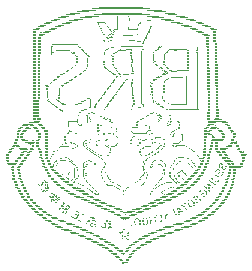
<source format=gbo>
G75*
%MOIN*%
%OFA0B0*%
%FSLAX25Y25*%
%IPPOS*%
%LPD*%
%AMOC8*
5,1,8,0,0,1.08239X$1,22.5*
%
%ADD10R,0.00660X0.00333*%
%ADD11R,0.02000X0.00333*%
%ADD12R,0.02670X0.00334*%
%ADD13R,0.01000X0.00333*%
%ADD14R,0.01000X0.00334*%
%ADD15R,0.01330X0.00333*%
%ADD16R,0.01340X0.00333*%
%ADD17R,0.01330X0.00334*%
%ADD18R,0.00330X0.00333*%
%ADD19R,0.01670X0.00333*%
%ADD20R,0.01660X0.00333*%
%ADD21R,0.01670X0.00334*%
%ADD22R,0.01340X0.00334*%
%ADD23R,0.01660X0.00334*%
%ADD24R,0.02000X0.00334*%
%ADD25R,0.00670X0.00333*%
%ADD26R,0.02330X0.00333*%
%ADD27R,0.00660X0.00334*%
%ADD28R,0.02340X0.00333*%
%ADD29R,0.00340X0.00333*%
%ADD30R,0.02330X0.00334*%
%ADD31R,0.00340X0.00334*%
%ADD32R,0.02660X0.00333*%
%ADD33R,0.00330X0.00334*%
%ADD34R,0.02670X0.00333*%
%ADD35R,0.03000X0.00333*%
%ADD36R,0.02340X0.00334*%
%ADD37R,0.03000X0.00334*%
%ADD38R,0.00670X0.00334*%
%ADD39R,0.03660X0.00333*%
%ADD40R,0.23000X0.00334*%
%ADD41R,0.04000X0.00333*%
%ADD42R,0.04340X0.00333*%
%ADD43R,0.03340X0.00333*%
%ADD44R,0.03670X0.00333*%
%ADD45R,0.05000X0.00334*%
%ADD46R,0.03660X0.00334*%
%ADD47R,0.03330X0.00333*%
%ADD48R,0.05340X0.00334*%
%ADD49R,0.06000X0.00333*%
%ADD50R,0.04000X0.00334*%
%ADD51R,0.06340X0.00334*%
%ADD52R,0.10330X0.00333*%
%ADD53R,0.05330X0.00333*%
%ADD54R,0.04660X0.00333*%
%ADD55R,0.06330X0.00333*%
%ADD56R,0.07340X0.00333*%
%ADD57R,0.12000X0.00334*%
%ADD58R,0.07670X0.00333*%
%ADD59R,0.03340X0.00334*%
%ADD60R,0.08000X0.00334*%
%ADD61R,0.02660X0.00334*%
%ADD62R,0.03670X0.00334*%
%ADD63R,0.03330X0.00334*%
%ADD64R,0.04330X0.00333*%
%ADD65R,0.06000X0.00334*%
%ADD66R,0.05660X0.00334*%
%ADD67R,0.18340X0.00333*%
%ADD68R,0.13660X0.00333*%
%ADD69R,0.05000X0.00333*%
%ADD70R,0.04670X0.00333*%
%ADD71R,0.06330X0.00334*%
%ADD72R,0.19330X0.00333*%
%ADD73R,0.14670X0.00333*%
D10*
X0234300Y0228134D03*
X0228300Y0241466D03*
X0219300Y0244134D03*
X0216300Y0247134D03*
X0215300Y0246466D03*
X0214300Y0246466D03*
X0213300Y0246466D03*
X0214300Y0245134D03*
X0211300Y0249134D03*
X0211300Y0251134D03*
X0209300Y0253466D03*
X0207300Y0254466D03*
X0209300Y0258466D03*
X0207300Y0263134D03*
X0206300Y0266466D03*
X0204300Y0267134D03*
X0204300Y0267466D03*
X0204300Y0269134D03*
X0206300Y0269466D03*
X0211300Y0265466D03*
X0215300Y0263466D03*
X0221300Y0260134D03*
X0221300Y0259466D03*
X0222300Y0261134D03*
X0229300Y0264134D03*
X0226300Y0269134D03*
X0215300Y0268134D03*
X0213300Y0279466D03*
X0212300Y0280134D03*
X0206300Y0283134D03*
X0206300Y0283466D03*
X0206300Y0284134D03*
X0206300Y0284466D03*
X0206300Y0285134D03*
X0206300Y0285466D03*
X0206300Y0286134D03*
X0206300Y0286466D03*
X0206300Y0287134D03*
X0206300Y0287466D03*
X0206300Y0288134D03*
X0206300Y0288466D03*
X0206300Y0289134D03*
X0206300Y0289466D03*
X0206300Y0290134D03*
X0206300Y0290466D03*
X0206300Y0291134D03*
X0206300Y0291466D03*
X0206300Y0292134D03*
X0206300Y0292466D03*
X0206300Y0293134D03*
X0206300Y0293466D03*
X0206300Y0294134D03*
X0206300Y0294466D03*
X0206300Y0295134D03*
X0206300Y0295466D03*
X0206300Y0296134D03*
X0206300Y0296466D03*
X0206300Y0297134D03*
X0206300Y0297466D03*
X0218300Y0290134D03*
X0217300Y0289466D03*
X0220300Y0291466D03*
X0228300Y0293466D03*
X0232300Y0290466D03*
X0233300Y0291134D03*
X0231300Y0289134D03*
X0229300Y0286466D03*
X0228300Y0285134D03*
X0230300Y0282466D03*
X0229300Y0281134D03*
X0226300Y0282466D03*
X0225300Y0281134D03*
X0223300Y0280134D03*
X0222300Y0277466D03*
X0211300Y0289134D03*
X0231300Y0298134D03*
X0230300Y0302466D03*
X0229300Y0303134D03*
X0237300Y0296134D03*
X0237300Y0295134D03*
X0237300Y0288466D03*
X0237300Y0288134D03*
X0245300Y0294466D03*
X0247300Y0293134D03*
X0249300Y0293134D03*
X0245300Y0299134D03*
X0265300Y0299134D03*
X0265300Y0299466D03*
X0265300Y0300134D03*
X0265300Y0300466D03*
X0265300Y0301134D03*
X0265300Y0301466D03*
X0265300Y0298466D03*
X0265300Y0298134D03*
X0265300Y0297466D03*
X0265300Y0297134D03*
X0265300Y0296466D03*
X0265300Y0296134D03*
X0265300Y0295466D03*
X0265300Y0295134D03*
X0250300Y0275466D03*
X0249300Y0274134D03*
X0240300Y0276134D03*
X0239300Y0275466D03*
X0239300Y0267466D03*
X0241300Y0259466D03*
X0247300Y0254466D03*
X0250300Y0253466D03*
X0253300Y0246134D03*
X0261300Y0250466D03*
X0265300Y0257466D03*
X0267300Y0260134D03*
X0267300Y0261134D03*
X0269300Y0256466D03*
X0271300Y0256466D03*
X0271300Y0257134D03*
X0271300Y0257466D03*
X0270300Y0253134D03*
X0274300Y0262134D03*
X0271300Y0270134D03*
X0264300Y0270466D03*
X0263300Y0265466D03*
X0263300Y0265134D03*
X0261300Y0263466D03*
X0261300Y0259134D03*
X0253300Y0262134D03*
X0241300Y0241134D03*
X0200300Y0256134D03*
X0199300Y0270134D03*
X0199300Y0270466D03*
X0199300Y0271134D03*
X0199300Y0271466D03*
D11*
X0198630Y0267466D03*
X0216970Y0251466D03*
X0217630Y0251134D03*
X0218970Y0250466D03*
X0221300Y0249466D03*
X0221970Y0251134D03*
X0223630Y0248466D03*
X0225970Y0249134D03*
X0227300Y0248466D03*
X0227970Y0248134D03*
X0227970Y0246466D03*
X0228970Y0246134D03*
X0229630Y0247466D03*
X0230300Y0245466D03*
X0232970Y0246134D03*
X0237300Y0244134D03*
X0237970Y0244466D03*
X0239630Y0245134D03*
X0240300Y0245466D03*
X0241970Y0246134D03*
X0242630Y0246466D03*
X0241970Y0247466D03*
X0243630Y0248134D03*
X0244300Y0248466D03*
X0244970Y0247466D03*
X0245630Y0249134D03*
X0246300Y0249466D03*
X0247300Y0248466D03*
X0247630Y0250134D03*
X0248300Y0250466D03*
X0249630Y0249466D03*
X0250970Y0250134D03*
X0251630Y0250466D03*
X0249630Y0255134D03*
X0253630Y0263466D03*
X0251970Y0268134D03*
X0245970Y0270134D03*
X0264630Y0273466D03*
X0271300Y0268466D03*
X0258300Y0243466D03*
X0257630Y0243134D03*
X0258300Y0241466D03*
X0257630Y0241134D03*
X0244300Y0236134D03*
X0242970Y0235466D03*
X0242300Y0237466D03*
X0241630Y0237134D03*
X0243630Y0238134D03*
X0234970Y0228466D03*
X0225300Y0235134D03*
X0224630Y0235466D03*
X0223300Y0236134D03*
X0222970Y0238466D03*
X0221630Y0239134D03*
X0220970Y0239466D03*
X0220970Y0237134D03*
X0218630Y0240466D03*
X0213300Y0240134D03*
X0212630Y0240466D03*
X0211630Y0243134D03*
X0225970Y0247466D03*
X0226630Y0247134D03*
X0229970Y0254134D03*
X0235300Y0291134D03*
X0236300Y0299466D03*
X0237300Y0302466D03*
X0258300Y0306134D03*
X0259630Y0305466D03*
X0260300Y0305134D03*
X0261630Y0307466D03*
X0262630Y0307134D03*
X0264630Y0306134D03*
X0212630Y0307134D03*
X0211300Y0306466D03*
X0210630Y0306134D03*
X0209630Y0308466D03*
X0208970Y0308134D03*
X0207630Y0307466D03*
X0206970Y0307134D03*
X0211300Y0309134D03*
D12*
X0212965Y0309800D03*
X0215965Y0310800D03*
X0207635Y0304800D03*
X0248635Y0277800D03*
X0255635Y0309800D03*
X0253965Y0239800D03*
X0247965Y0239800D03*
X0234965Y0228800D03*
D13*
X0235800Y0229134D03*
X0236130Y0229466D03*
X0236470Y0230134D03*
X0236800Y0230466D03*
X0237130Y0231134D03*
X0237470Y0231466D03*
X0238130Y0232134D03*
X0236470Y0233466D03*
X0236130Y0233134D03*
X0235800Y0232466D03*
X0235470Y0232134D03*
X0237130Y0234134D03*
X0233470Y0229466D03*
X0233800Y0229134D03*
X0230130Y0241466D03*
X0224470Y0242466D03*
X0224470Y0243134D03*
X0223130Y0242134D03*
X0218470Y0243134D03*
X0210800Y0249466D03*
X0205470Y0247466D03*
X0204800Y0248134D03*
X0204130Y0249134D03*
X0203800Y0249466D03*
X0203130Y0250134D03*
X0203130Y0250466D03*
X0202470Y0251466D03*
X0202130Y0252134D03*
X0201800Y0252466D03*
X0201470Y0253134D03*
X0201470Y0253466D03*
X0201130Y0254134D03*
X0200470Y0255466D03*
X0200130Y0256466D03*
X0199800Y0258134D03*
X0199470Y0259466D03*
X0199470Y0260134D03*
X0199800Y0260466D03*
X0200470Y0261466D03*
X0201130Y0262134D03*
X0201800Y0263134D03*
X0202130Y0263466D03*
X0202470Y0264134D03*
X0202800Y0264466D03*
X0203130Y0265134D03*
X0203470Y0265466D03*
X0204130Y0266466D03*
X0206130Y0267134D03*
X0206130Y0267466D03*
X0206130Y0268134D03*
X0206130Y0268466D03*
X0206130Y0269134D03*
X0206470Y0270134D03*
X0206470Y0270466D03*
X0206470Y0271134D03*
X0206470Y0271466D03*
X0206130Y0272134D03*
X0205800Y0272466D03*
X0207800Y0273134D03*
X0208800Y0271466D03*
X0208800Y0271134D03*
X0208800Y0270466D03*
X0208800Y0270134D03*
X0208800Y0269466D03*
X0208800Y0269134D03*
X0208800Y0268466D03*
X0208800Y0268134D03*
X0208800Y0267466D03*
X0208800Y0267134D03*
X0208800Y0266466D03*
X0208800Y0265466D03*
X0208800Y0265134D03*
X0208800Y0264466D03*
X0208800Y0264134D03*
X0209130Y0263134D03*
X0209470Y0262466D03*
X0209470Y0262134D03*
X0209800Y0261466D03*
X0209800Y0261134D03*
X0210470Y0260134D03*
X0211130Y0259466D03*
X0209470Y0258134D03*
X0210130Y0257466D03*
X0210130Y0257134D03*
X0210800Y0256466D03*
X0211130Y0256134D03*
X0208800Y0255134D03*
X0208800Y0259134D03*
X0208800Y0259466D03*
X0208470Y0260134D03*
X0208130Y0260466D03*
X0207800Y0261466D03*
X0207470Y0262466D03*
X0207130Y0263466D03*
X0206800Y0265134D03*
X0206800Y0265466D03*
X0206470Y0266134D03*
X0201130Y0265134D03*
X0200470Y0264134D03*
X0199800Y0263466D03*
X0199130Y0262466D03*
X0198800Y0262134D03*
X0197470Y0260134D03*
X0197470Y0259466D03*
X0197800Y0257466D03*
X0198130Y0256466D03*
X0198130Y0256134D03*
X0198470Y0255466D03*
X0198470Y0255134D03*
X0198800Y0254466D03*
X0198800Y0254134D03*
X0199130Y0253466D03*
X0199470Y0253134D03*
X0199800Y0252466D03*
X0199800Y0252134D03*
X0200470Y0251134D03*
X0201130Y0250134D03*
X0202470Y0248466D03*
X0202800Y0248134D03*
X0195800Y0262466D03*
X0195800Y0263134D03*
X0195800Y0263466D03*
X0196130Y0264134D03*
X0196130Y0264466D03*
X0196470Y0265134D03*
X0196800Y0265466D03*
X0197130Y0266134D03*
X0197470Y0266466D03*
X0197800Y0267134D03*
X0198470Y0268134D03*
X0198470Y0268466D03*
X0199130Y0269134D03*
X0199130Y0269466D03*
X0200470Y0270134D03*
X0200470Y0270466D03*
X0200470Y0271134D03*
X0200800Y0271466D03*
X0199800Y0272466D03*
X0199470Y0272134D03*
X0200130Y0273134D03*
X0200470Y0273466D03*
X0202470Y0273466D03*
X0204800Y0276134D03*
X0204800Y0276466D03*
X0204800Y0277134D03*
X0204800Y0277466D03*
X0204800Y0278134D03*
X0204800Y0278466D03*
X0204800Y0279134D03*
X0204800Y0279466D03*
X0204800Y0280134D03*
X0204800Y0280466D03*
X0204800Y0281134D03*
X0204800Y0281466D03*
X0204800Y0282134D03*
X0204800Y0282466D03*
X0204800Y0283134D03*
X0204800Y0283466D03*
X0204800Y0284134D03*
X0204800Y0284466D03*
X0204800Y0285134D03*
X0204800Y0285466D03*
X0204800Y0286134D03*
X0204800Y0286466D03*
X0204800Y0287134D03*
X0204800Y0287466D03*
X0204800Y0288134D03*
X0204800Y0288466D03*
X0204800Y0289134D03*
X0204800Y0289466D03*
X0204800Y0290134D03*
X0204800Y0290466D03*
X0204800Y0291134D03*
X0204800Y0291466D03*
X0204800Y0292134D03*
X0204800Y0292466D03*
X0204800Y0293134D03*
X0204800Y0293466D03*
X0204800Y0294134D03*
X0204800Y0294466D03*
X0204800Y0295134D03*
X0204800Y0295466D03*
X0204800Y0296134D03*
X0204800Y0296466D03*
X0204800Y0297134D03*
X0204800Y0297466D03*
X0204800Y0298134D03*
X0204800Y0298466D03*
X0204800Y0299134D03*
X0204800Y0299466D03*
X0204800Y0300134D03*
X0204800Y0300466D03*
X0204800Y0301134D03*
X0204800Y0301466D03*
X0204800Y0302134D03*
X0204800Y0302466D03*
X0204800Y0303134D03*
X0204800Y0303466D03*
X0204800Y0304134D03*
X0204800Y0304466D03*
X0204800Y0305134D03*
X0204800Y0305466D03*
X0206470Y0303466D03*
X0206470Y0303134D03*
X0206470Y0302466D03*
X0206470Y0302134D03*
X0206470Y0301466D03*
X0206470Y0301134D03*
X0206470Y0300466D03*
X0206470Y0300134D03*
X0206470Y0299466D03*
X0206470Y0299134D03*
X0206470Y0298466D03*
X0206470Y0298134D03*
X0210800Y0298466D03*
X0217800Y0298134D03*
X0214130Y0291134D03*
X0213130Y0290466D03*
X0211800Y0289466D03*
X0209130Y0287466D03*
X0206130Y0282466D03*
X0206130Y0282134D03*
X0206130Y0281466D03*
X0206130Y0281134D03*
X0206130Y0280466D03*
X0206130Y0280134D03*
X0206130Y0279466D03*
X0206130Y0279134D03*
X0206130Y0278466D03*
X0206130Y0278134D03*
X0206130Y0277466D03*
X0206130Y0277134D03*
X0213800Y0279134D03*
X0219130Y0281134D03*
X0221130Y0282134D03*
X0223130Y0283134D03*
X0221800Y0279466D03*
X0221130Y0279134D03*
X0216800Y0272134D03*
X0230130Y0271466D03*
X0240130Y0280134D03*
X0244130Y0278134D03*
X0248470Y0292134D03*
X0251800Y0299134D03*
X0246470Y0300134D03*
X0237470Y0291466D03*
X0231470Y0291134D03*
X0230800Y0300134D03*
X0216800Y0289134D03*
X0215800Y0288466D03*
X0246470Y0261134D03*
X0259130Y0259134D03*
X0259470Y0259466D03*
X0259800Y0260134D03*
X0260130Y0260466D03*
X0260470Y0261134D03*
X0260470Y0261466D03*
X0260800Y0262134D03*
X0261130Y0263134D03*
X0261470Y0264134D03*
X0261470Y0264466D03*
X0261470Y0265134D03*
X0261470Y0265466D03*
X0261470Y0266134D03*
X0263470Y0266134D03*
X0263800Y0267134D03*
X0263800Y0267466D03*
X0265470Y0267466D03*
X0265470Y0267134D03*
X0265470Y0266466D03*
X0265470Y0266134D03*
X0265470Y0268134D03*
X0265470Y0268466D03*
X0264470Y0270134D03*
X0263130Y0271466D03*
X0263130Y0272134D03*
X0263470Y0272466D03*
X0262470Y0273466D03*
X0262130Y0273134D03*
X0261800Y0272466D03*
X0261800Y0272134D03*
X0261800Y0271466D03*
X0261800Y0271134D03*
X0261800Y0270466D03*
X0261800Y0270134D03*
X0263130Y0264466D03*
X0263130Y0264134D03*
X0262800Y0263134D03*
X0261800Y0260466D03*
X0261800Y0260134D03*
X0261470Y0259466D03*
X0260800Y0258466D03*
X0260800Y0258134D03*
X0260130Y0257134D03*
X0259470Y0256466D03*
X0262800Y0254466D03*
X0266800Y0251134D03*
X0267130Y0251466D03*
X0267470Y0252134D03*
X0268130Y0253134D03*
X0268130Y0253466D03*
X0268470Y0254134D03*
X0268800Y0255134D03*
X0269130Y0256134D03*
X0269470Y0257134D03*
X0269800Y0258134D03*
X0269800Y0258466D03*
X0271470Y0258466D03*
X0271470Y0258134D03*
X0271470Y0259134D03*
X0271470Y0259466D03*
X0270800Y0261466D03*
X0269800Y0261134D03*
X0269470Y0261466D03*
X0270130Y0262466D03*
X0269470Y0263134D03*
X0269130Y0263466D03*
X0268800Y0264134D03*
X0268470Y0264466D03*
X0267800Y0263466D03*
X0267130Y0264134D03*
X0266800Y0264466D03*
X0267800Y0265466D03*
X0270470Y0268134D03*
X0271130Y0269134D03*
X0271130Y0269466D03*
X0271470Y0270466D03*
X0271470Y0271134D03*
X0271470Y0271466D03*
X0270800Y0272134D03*
X0270470Y0272466D03*
X0270130Y0273134D03*
X0269800Y0273466D03*
X0269470Y0274134D03*
X0269130Y0274466D03*
X0267470Y0271466D03*
X0267800Y0271134D03*
X0268130Y0270466D03*
X0268130Y0270134D03*
X0272130Y0268134D03*
X0272470Y0267466D03*
X0272470Y0267134D03*
X0273130Y0266134D03*
X0273470Y0265466D03*
X0274800Y0264134D03*
X0274470Y0263466D03*
X0274470Y0263134D03*
X0274470Y0262466D03*
X0274130Y0261466D03*
X0273800Y0261134D03*
X0271130Y0256134D03*
X0270800Y0254466D03*
X0270470Y0253466D03*
X0269800Y0252134D03*
X0269470Y0251466D03*
X0269470Y0251134D03*
X0269130Y0250466D03*
X0268800Y0250134D03*
X0268470Y0249466D03*
X0268130Y0249134D03*
X0266470Y0250466D03*
X0266130Y0250134D03*
X0265470Y0249134D03*
X0264800Y0248466D03*
X0264470Y0248134D03*
X0263800Y0247466D03*
X0263470Y0247134D03*
X0265470Y0246134D03*
X0265800Y0246466D03*
X0266470Y0247134D03*
X0266800Y0247466D03*
X0257130Y0247134D03*
X0253800Y0245466D03*
X0252800Y0246466D03*
X0234130Y0245466D03*
X0226130Y0251134D03*
X0263130Y0274134D03*
X0263130Y0276134D03*
X0263130Y0276466D03*
X0263130Y0277134D03*
X0263130Y0277466D03*
X0263130Y0278134D03*
X0263130Y0278466D03*
X0265800Y0278466D03*
X0265800Y0278134D03*
X0265800Y0277466D03*
X0265800Y0277134D03*
X0265800Y0279134D03*
X0265800Y0279466D03*
X0262800Y0286134D03*
X0262800Y0286466D03*
X0262800Y0287134D03*
X0262800Y0287466D03*
X0262800Y0288134D03*
X0262800Y0288466D03*
X0262800Y0289134D03*
X0262800Y0289466D03*
X0262800Y0290134D03*
X0262800Y0290466D03*
X0262800Y0291134D03*
X0262800Y0291466D03*
X0262800Y0292134D03*
X0262800Y0292466D03*
X0262800Y0293134D03*
X0265470Y0293134D03*
X0265470Y0293466D03*
X0265470Y0294134D03*
X0265470Y0294466D03*
X0265470Y0292466D03*
X0265470Y0292134D03*
X0265470Y0291466D03*
X0265470Y0291134D03*
X0265470Y0290466D03*
X0265470Y0290134D03*
X0265470Y0289466D03*
X0265470Y0289134D03*
X0265470Y0288466D03*
X0265470Y0288134D03*
X0265470Y0287466D03*
X0262470Y0300466D03*
X0262470Y0301134D03*
X0262470Y0301466D03*
X0262470Y0302134D03*
X0262470Y0302466D03*
X0262470Y0303134D03*
X0262470Y0303466D03*
X0265130Y0303466D03*
X0265130Y0303134D03*
X0265130Y0302466D03*
X0265130Y0302134D03*
X0265130Y0304134D03*
X0265130Y0304466D03*
X0265130Y0305134D03*
X0265130Y0305466D03*
D14*
X0265130Y0305800D03*
X0265130Y0304800D03*
X0265130Y0303800D03*
X0265130Y0302800D03*
X0262470Y0302800D03*
X0262470Y0303800D03*
X0262470Y0301800D03*
X0262470Y0300800D03*
X0265470Y0294800D03*
X0265470Y0293800D03*
X0265470Y0292800D03*
X0265470Y0291800D03*
X0265470Y0290800D03*
X0265470Y0289800D03*
X0265470Y0288800D03*
X0265470Y0287800D03*
X0262800Y0287800D03*
X0262800Y0288800D03*
X0262800Y0289800D03*
X0262800Y0290800D03*
X0262800Y0291800D03*
X0262800Y0292800D03*
X0262800Y0286800D03*
X0265800Y0279800D03*
X0265800Y0278800D03*
X0265800Y0277800D03*
X0265800Y0276800D03*
X0263130Y0276800D03*
X0263130Y0275800D03*
X0263130Y0277800D03*
X0263130Y0278800D03*
X0262800Y0273800D03*
X0264800Y0273800D03*
X0263130Y0271800D03*
X0261800Y0270800D03*
X0263800Y0267800D03*
X0265470Y0267800D03*
X0265470Y0266800D03*
X0263470Y0265800D03*
X0263130Y0264800D03*
X0261470Y0264800D03*
X0261470Y0265800D03*
X0261470Y0263800D03*
X0261130Y0262800D03*
X0260800Y0261800D03*
X0260130Y0260800D03*
X0259470Y0259800D03*
X0258800Y0258800D03*
X0260470Y0257800D03*
X0261130Y0258800D03*
X0261470Y0259800D03*
X0262800Y0262800D03*
X0266470Y0264800D03*
X0267470Y0263800D03*
X0268130Y0264800D03*
X0269800Y0262800D03*
X0269130Y0261800D03*
X0270470Y0261800D03*
X0270130Y0259800D03*
X0271470Y0258800D03*
X0271470Y0257800D03*
X0271130Y0255800D03*
X0270800Y0254800D03*
X0270470Y0253800D03*
X0270130Y0252800D03*
X0269800Y0251800D03*
X0269130Y0250800D03*
X0268470Y0249800D03*
X0267800Y0248800D03*
X0267130Y0247800D03*
X0266130Y0246800D03*
X0265130Y0245800D03*
X0264130Y0247800D03*
X0263130Y0246800D03*
X0265130Y0248800D03*
X0265800Y0249800D03*
X0267130Y0251800D03*
X0267800Y0252800D03*
X0268800Y0254800D03*
X0269130Y0255800D03*
X0269470Y0256800D03*
X0262800Y0252800D03*
X0259130Y0249800D03*
X0259800Y0256800D03*
X0245800Y0262800D03*
X0237470Y0267800D03*
X0239800Y0275800D03*
X0238470Y0279800D03*
X0245130Y0277800D03*
X0246800Y0280800D03*
X0245470Y0281800D03*
X0232130Y0290800D03*
X0220470Y0281800D03*
X0218130Y0280800D03*
X0222800Y0274800D03*
X0226130Y0274800D03*
X0227470Y0267800D03*
X0227800Y0263800D03*
X0217800Y0271800D03*
X0208800Y0271800D03*
X0208800Y0270800D03*
X0208800Y0269800D03*
X0208800Y0268800D03*
X0208800Y0267800D03*
X0208800Y0266800D03*
X0208800Y0265800D03*
X0208800Y0264800D03*
X0207130Y0263800D03*
X0207470Y0262800D03*
X0207800Y0261800D03*
X0208130Y0260800D03*
X0208470Y0259800D03*
X0209130Y0258800D03*
X0209800Y0257800D03*
X0210470Y0256800D03*
X0212470Y0257800D03*
X0210800Y0259800D03*
X0210130Y0260800D03*
X0206800Y0265800D03*
X0206130Y0266800D03*
X0206130Y0267800D03*
X0206130Y0268800D03*
X0204470Y0268800D03*
X0204130Y0266800D03*
X0203800Y0265800D03*
X0203130Y0264800D03*
X0202130Y0263800D03*
X0201470Y0262800D03*
X0200800Y0261800D03*
X0200130Y0260800D03*
X0199470Y0259800D03*
X0197470Y0259800D03*
X0197800Y0257800D03*
X0199800Y0257800D03*
X0200130Y0256800D03*
X0200470Y0255800D03*
X0200800Y0254800D03*
X0201130Y0253800D03*
X0201800Y0252800D03*
X0202130Y0251800D03*
X0202800Y0250800D03*
X0203470Y0249800D03*
X0202130Y0248800D03*
X0201470Y0249800D03*
X0200800Y0250800D03*
X0200130Y0251800D03*
X0199470Y0252800D03*
X0199130Y0253800D03*
X0207130Y0253800D03*
X0205130Y0247800D03*
X0215130Y0246800D03*
X0223130Y0242800D03*
X0239130Y0240800D03*
X0236800Y0233800D03*
X0237800Y0231800D03*
X0237130Y0230800D03*
X0236470Y0229800D03*
X0235470Y0231800D03*
X0233130Y0229800D03*
X0248800Y0242800D03*
X0236470Y0253800D03*
X0208130Y0272800D03*
X0206470Y0270800D03*
X0206130Y0275800D03*
X0206130Y0276800D03*
X0206130Y0277800D03*
X0206130Y0278800D03*
X0206130Y0279800D03*
X0206130Y0280800D03*
X0206130Y0281800D03*
X0204800Y0281800D03*
X0204800Y0282800D03*
X0204800Y0283800D03*
X0204800Y0284800D03*
X0204800Y0285800D03*
X0204800Y0286800D03*
X0204800Y0287800D03*
X0204800Y0288800D03*
X0204800Y0289800D03*
X0204800Y0290800D03*
X0204800Y0291800D03*
X0204800Y0292800D03*
X0204800Y0293800D03*
X0204800Y0294800D03*
X0204800Y0295800D03*
X0204800Y0296800D03*
X0204800Y0297800D03*
X0204800Y0298800D03*
X0204800Y0299800D03*
X0204800Y0300800D03*
X0204800Y0301800D03*
X0204800Y0302800D03*
X0204800Y0303800D03*
X0204800Y0304800D03*
X0204800Y0305800D03*
X0206470Y0303800D03*
X0206470Y0302800D03*
X0206470Y0301800D03*
X0206470Y0300800D03*
X0206470Y0299800D03*
X0206470Y0298800D03*
X0217130Y0298800D03*
X0216130Y0288800D03*
X0214800Y0287800D03*
X0204800Y0280800D03*
X0204800Y0279800D03*
X0204800Y0278800D03*
X0204800Y0277800D03*
X0204800Y0276800D03*
X0204800Y0275800D03*
X0199800Y0272800D03*
X0199470Y0271800D03*
X0199130Y0270800D03*
X0200470Y0270800D03*
X0200800Y0269800D03*
X0198800Y0268800D03*
X0197470Y0266800D03*
X0197130Y0265800D03*
X0196470Y0264800D03*
X0195800Y0263800D03*
X0195800Y0262800D03*
X0196130Y0261800D03*
X0198470Y0261800D03*
X0200130Y0263800D03*
X0200800Y0264800D03*
X0228470Y0303800D03*
X0232130Y0303800D03*
X0270470Y0272800D03*
X0271470Y0271800D03*
X0271470Y0270800D03*
X0272130Y0267800D03*
X0272800Y0266800D03*
X0273470Y0265800D03*
X0274800Y0263800D03*
X0274470Y0262800D03*
X0270130Y0267800D03*
D15*
X0269965Y0267466D03*
X0267965Y0265134D03*
X0267965Y0263134D03*
X0268635Y0262466D03*
X0265965Y0265466D03*
X0273965Y0265134D03*
X0266965Y0272134D03*
X0266635Y0272466D03*
X0265635Y0276466D03*
X0244965Y0289466D03*
X0245965Y0290134D03*
X0239635Y0302134D03*
X0219965Y0281466D03*
X0214635Y0281134D03*
X0206965Y0274134D03*
X0206635Y0274466D03*
X0207635Y0273466D03*
X0208635Y0272466D03*
X0208635Y0272134D03*
X0201635Y0272466D03*
X0200965Y0269466D03*
X0201635Y0265466D03*
X0200635Y0264466D03*
X0199635Y0263134D03*
X0203965Y0266134D03*
X0210635Y0260466D03*
X0211965Y0258466D03*
X0212965Y0257466D03*
X0213965Y0256466D03*
X0215635Y0255134D03*
X0216965Y0254134D03*
X0217965Y0253466D03*
X0213965Y0253466D03*
X0212965Y0254134D03*
X0212635Y0254466D03*
X0211965Y0255134D03*
X0211635Y0255466D03*
X0208965Y0253134D03*
X0210635Y0250134D03*
X0207965Y0245466D03*
X0206965Y0246134D03*
X0206635Y0246466D03*
X0205965Y0247134D03*
X0204635Y0246134D03*
X0203635Y0247134D03*
X0204635Y0248466D03*
X0201965Y0249134D03*
X0201635Y0249466D03*
X0200965Y0250466D03*
X0205635Y0245134D03*
X0206965Y0244134D03*
X0228635Y0235466D03*
X0231635Y0231134D03*
X0232635Y0230134D03*
X0233635Y0232134D03*
X0237635Y0234466D03*
X0239635Y0233466D03*
X0240635Y0234134D03*
X0233635Y0238466D03*
X0229965Y0240134D03*
X0251635Y0252466D03*
X0252635Y0253134D03*
X0253965Y0254134D03*
X0254965Y0252466D03*
X0255965Y0253134D03*
X0257635Y0254466D03*
X0258635Y0255466D03*
X0256635Y0256466D03*
X0255635Y0255466D03*
X0257635Y0257466D03*
X0258635Y0258466D03*
X0265635Y0249466D03*
X0267635Y0248466D03*
X0264635Y0245466D03*
X0262965Y0244134D03*
X0261965Y0243466D03*
X0260965Y0245134D03*
X0261635Y0245466D03*
X0262635Y0246466D03*
D16*
X0262300Y0246134D03*
X0264300Y0245134D03*
X0267300Y0248134D03*
X0257300Y0254134D03*
X0256300Y0253466D03*
X0255300Y0255134D03*
X0256300Y0256134D03*
X0257300Y0257134D03*
X0258300Y0258134D03*
X0260300Y0257466D03*
X0259300Y0256134D03*
X0258300Y0255134D03*
X0262300Y0261466D03*
X0266300Y0265134D03*
X0263300Y0271134D03*
X0246300Y0277466D03*
X0230300Y0303466D03*
X0206300Y0276466D03*
X0206300Y0276134D03*
X0205300Y0273134D03*
X0201300Y0272134D03*
X0199300Y0267134D03*
X0201300Y0262466D03*
X0200300Y0261134D03*
X0200300Y0251466D03*
X0203300Y0247466D03*
X0204300Y0246466D03*
X0205300Y0245466D03*
X0208300Y0245134D03*
X0209300Y0244466D03*
X0208300Y0243134D03*
X0215300Y0246134D03*
X0215300Y0252466D03*
X0214300Y0253134D03*
X0214300Y0256134D03*
X0213300Y0257134D03*
X0212300Y0258134D03*
X0211300Y0259134D03*
X0232300Y0233134D03*
X0230300Y0232134D03*
X0232300Y0230466D03*
X0234300Y0231466D03*
X0238300Y0232466D03*
X0239300Y0233134D03*
X0238300Y0235134D03*
D17*
X0237965Y0234800D03*
X0238965Y0232800D03*
X0235965Y0232800D03*
X0233965Y0231800D03*
X0232635Y0232800D03*
X0231965Y0230800D03*
X0230635Y0231800D03*
X0235635Y0244800D03*
X0219965Y0244800D03*
X0210965Y0249800D03*
X0215965Y0254800D03*
X0214635Y0255800D03*
X0213635Y0256800D03*
X0211635Y0258800D03*
X0201635Y0265800D03*
X0200965Y0271800D03*
X0201965Y0272800D03*
X0205635Y0272800D03*
X0225965Y0277800D03*
X0227965Y0279800D03*
X0233635Y0290800D03*
X0211635Y0298800D03*
X0261965Y0272800D03*
X0263635Y0272800D03*
X0267635Y0269800D03*
X0270965Y0268800D03*
X0269635Y0273800D03*
X0268635Y0274800D03*
X0265635Y0265800D03*
X0268965Y0263800D03*
X0273635Y0260800D03*
X0266635Y0250800D03*
X0261965Y0245800D03*
X0260635Y0244800D03*
X0263965Y0244800D03*
X0256965Y0253800D03*
X0257965Y0254800D03*
X0258965Y0255800D03*
X0257965Y0257800D03*
X0256965Y0256800D03*
X0255965Y0255800D03*
X0254965Y0254800D03*
X0253635Y0253800D03*
X0205965Y0244800D03*
X0204965Y0245800D03*
X0203965Y0246800D03*
X0202965Y0247800D03*
D18*
X0208465Y0252134D03*
X0208465Y0253466D03*
X0208465Y0254134D03*
X0208465Y0254466D03*
X0209135Y0254466D03*
X0209135Y0254134D03*
X0208465Y0255466D03*
X0207135Y0254134D03*
X0206465Y0254134D03*
X0206135Y0254466D03*
X0210465Y0249134D03*
X0212135Y0250134D03*
X0212465Y0249134D03*
X0214465Y0248466D03*
X0214465Y0247134D03*
X0215465Y0247134D03*
X0216135Y0246466D03*
X0215465Y0245466D03*
X0215465Y0245134D03*
X0214465Y0245466D03*
X0213135Y0246134D03*
X0219465Y0245134D03*
X0219465Y0244466D03*
X0220135Y0242134D03*
X0222135Y0241466D03*
X0223465Y0241134D03*
X0225135Y0240466D03*
X0225135Y0242134D03*
X0227135Y0240466D03*
X0228465Y0240466D03*
X0228465Y0241134D03*
X0233465Y0238134D03*
X0234135Y0237466D03*
X0234135Y0237134D03*
X0234135Y0236466D03*
X0235465Y0236466D03*
X0236135Y0238466D03*
X0238465Y0241134D03*
X0238135Y0242134D03*
X0241135Y0241466D03*
X0242135Y0241134D03*
X0242465Y0241466D03*
X0242465Y0242134D03*
X0242465Y0242466D03*
X0242135Y0243134D03*
X0241135Y0243134D03*
X0243135Y0243466D03*
X0243465Y0242134D03*
X0243465Y0241466D03*
X0245135Y0242134D03*
X0245135Y0242466D03*
X0245465Y0244134D03*
X0247135Y0243466D03*
X0247135Y0242466D03*
X0248465Y0243134D03*
X0248465Y0243466D03*
X0251465Y0245134D03*
X0251465Y0245466D03*
X0251135Y0246134D03*
X0252465Y0246134D03*
X0255135Y0246466D03*
X0255465Y0246134D03*
X0256465Y0247466D03*
X0256135Y0248134D03*
X0256135Y0249134D03*
X0257135Y0249134D03*
X0258135Y0250466D03*
X0259135Y0250134D03*
X0260135Y0249134D03*
X0260465Y0251134D03*
X0260135Y0252466D03*
X0261465Y0252466D03*
X0262135Y0253134D03*
X0263135Y0252134D03*
X0262135Y0251466D03*
X0262135Y0251134D03*
X0264135Y0253466D03*
X0263465Y0254134D03*
X0263465Y0255466D03*
X0264135Y0256134D03*
X0265135Y0255466D03*
X0267135Y0257466D03*
X0266135Y0258134D03*
X0266465Y0258466D03*
X0266465Y0259134D03*
X0266465Y0260134D03*
X0266465Y0260466D03*
X0266465Y0261134D03*
X0267465Y0260466D03*
X0265465Y0259134D03*
X0260135Y0262466D03*
X0259135Y0264134D03*
X0257135Y0262466D03*
X0256135Y0261466D03*
X0256465Y0261134D03*
X0257135Y0260466D03*
X0257465Y0260134D03*
X0258465Y0260466D03*
X0255465Y0257466D03*
X0254465Y0258466D03*
X0254135Y0256466D03*
X0254465Y0256134D03*
X0252465Y0255466D03*
X0252135Y0256134D03*
X0251465Y0255466D03*
X0250465Y0256466D03*
X0251465Y0257134D03*
X0251465Y0257466D03*
X0252465Y0258134D03*
X0251135Y0259466D03*
X0250135Y0260134D03*
X0251135Y0261466D03*
X0251465Y0262134D03*
X0251465Y0262466D03*
X0252135Y0263134D03*
X0252465Y0261466D03*
X0252135Y0261134D03*
X0248465Y0261134D03*
X0248135Y0261466D03*
X0247465Y0262134D03*
X0247465Y0260466D03*
X0248465Y0260466D03*
X0248135Y0258466D03*
X0248135Y0258134D03*
X0247465Y0258134D03*
X0247135Y0256466D03*
X0246135Y0255134D03*
X0245465Y0254466D03*
X0245135Y0254134D03*
X0245465Y0253466D03*
X0245135Y0253134D03*
X0244465Y0253134D03*
X0243465Y0251466D03*
X0243465Y0251134D03*
X0247465Y0251466D03*
X0247465Y0252134D03*
X0248135Y0252466D03*
X0248135Y0251134D03*
X0249465Y0253134D03*
X0251135Y0253466D03*
X0246465Y0254134D03*
X0242135Y0256466D03*
X0242465Y0257466D03*
X0242135Y0258466D03*
X0241465Y0258466D03*
X0241465Y0258134D03*
X0241135Y0259134D03*
X0241135Y0260134D03*
X0241465Y0261134D03*
X0241465Y0261466D03*
X0241135Y0262134D03*
X0242465Y0263134D03*
X0243135Y0263466D03*
X0244135Y0264134D03*
X0244135Y0265466D03*
X0245465Y0266134D03*
X0246135Y0265466D03*
X0247135Y0266134D03*
X0247465Y0266466D03*
X0246465Y0267134D03*
X0246465Y0268134D03*
X0248135Y0268134D03*
X0251135Y0267134D03*
X0253135Y0268466D03*
X0254135Y0269134D03*
X0254135Y0269466D03*
X0254135Y0270134D03*
X0254135Y0270466D03*
X0251465Y0271466D03*
X0251135Y0271134D03*
X0250135Y0271134D03*
X0251465Y0272466D03*
X0253135Y0274134D03*
X0253135Y0274466D03*
X0250135Y0275134D03*
X0249465Y0275466D03*
X0250135Y0276134D03*
X0250135Y0276466D03*
X0246135Y0276134D03*
X0246135Y0275466D03*
X0245465Y0278134D03*
X0244465Y0278466D03*
X0242135Y0277134D03*
X0243135Y0273466D03*
X0243135Y0273134D03*
X0243465Y0272466D03*
X0242465Y0272134D03*
X0243135Y0271134D03*
X0241465Y0269134D03*
X0240135Y0269466D03*
X0239465Y0269466D03*
X0237465Y0270134D03*
X0237135Y0269466D03*
X0237135Y0272134D03*
X0232135Y0272134D03*
X0232135Y0273134D03*
X0230465Y0273466D03*
X0231135Y0271466D03*
X0231135Y0271134D03*
X0232135Y0270466D03*
X0232465Y0270134D03*
X0232465Y0268134D03*
X0230135Y0266466D03*
X0230135Y0266134D03*
X0229465Y0267466D03*
X0228465Y0267466D03*
X0226135Y0264466D03*
X0225465Y0264134D03*
X0225135Y0265134D03*
X0224465Y0265466D03*
X0223465Y0265466D03*
X0223465Y0266134D03*
X0223135Y0266466D03*
X0222465Y0266134D03*
X0222135Y0266466D03*
X0221465Y0267134D03*
X0221135Y0267466D03*
X0221135Y0268134D03*
X0221135Y0268466D03*
X0222135Y0267466D03*
X0223135Y0268466D03*
X0223465Y0269466D03*
X0226135Y0271134D03*
X0226465Y0272466D03*
X0223465Y0275466D03*
X0223465Y0276134D03*
X0223135Y0276466D03*
X0222465Y0276466D03*
X0222465Y0276134D03*
X0222465Y0275466D03*
X0222465Y0275134D03*
X0222465Y0277134D03*
X0219465Y0277466D03*
X0219135Y0276134D03*
X0219135Y0275134D03*
X0219465Y0274466D03*
X0220465Y0274466D03*
X0220465Y0274134D03*
X0216135Y0274134D03*
X0216135Y0274466D03*
X0216135Y0275134D03*
X0216465Y0272466D03*
X0215135Y0268466D03*
X0217135Y0268134D03*
X0219135Y0267466D03*
X0219135Y0267134D03*
X0216135Y0263134D03*
X0217135Y0262466D03*
X0217465Y0262134D03*
X0217465Y0261466D03*
X0218135Y0259466D03*
X0218135Y0259134D03*
X0218135Y0258466D03*
X0218135Y0258134D03*
X0218135Y0257466D03*
X0218135Y0257134D03*
X0218465Y0256134D03*
X0218135Y0255466D03*
X0217465Y0256134D03*
X0216135Y0256134D03*
X0216135Y0258134D03*
X0216465Y0258466D03*
X0219135Y0259134D03*
X0219135Y0259466D03*
X0219465Y0257466D03*
X0219465Y0257134D03*
X0221135Y0257134D03*
X0221135Y0257466D03*
X0221135Y0258134D03*
X0221135Y0258466D03*
X0221135Y0259134D03*
X0221135Y0260466D03*
X0221135Y0261134D03*
X0221135Y0261466D03*
X0222135Y0262134D03*
X0226465Y0263466D03*
X0227135Y0263134D03*
X0228465Y0261466D03*
X0228465Y0261134D03*
X0228135Y0260466D03*
X0227465Y0259466D03*
X0227135Y0258466D03*
X0227135Y0257466D03*
X0227465Y0256466D03*
X0228135Y0255466D03*
X0229465Y0256466D03*
X0229135Y0257134D03*
X0229135Y0257466D03*
X0228465Y0258466D03*
X0230135Y0255466D03*
X0232465Y0254466D03*
X0232135Y0253466D03*
X0234465Y0252466D03*
X0234465Y0252134D03*
X0235135Y0252466D03*
X0235465Y0253134D03*
X0234465Y0251134D03*
X0238465Y0255134D03*
X0239135Y0255466D03*
X0240465Y0254134D03*
X0241465Y0255134D03*
X0240465Y0257134D03*
X0243465Y0260466D03*
X0244135Y0260466D03*
X0244465Y0262134D03*
X0240465Y0264134D03*
X0240135Y0264466D03*
X0240135Y0266134D03*
X0244135Y0268134D03*
X0244135Y0268466D03*
X0255465Y0267134D03*
X0256465Y0266466D03*
X0257135Y0266134D03*
X0265135Y0274134D03*
X0259135Y0280134D03*
X0259135Y0280466D03*
X0259135Y0281134D03*
X0259135Y0281466D03*
X0259135Y0282134D03*
X0259135Y0282466D03*
X0259135Y0283134D03*
X0259135Y0283466D03*
X0259135Y0284134D03*
X0259135Y0284466D03*
X0259135Y0285134D03*
X0259135Y0285466D03*
X0259135Y0286134D03*
X0259135Y0286466D03*
X0259135Y0287134D03*
X0259135Y0287466D03*
X0259135Y0288134D03*
X0259135Y0288466D03*
X0259135Y0289134D03*
X0259135Y0289466D03*
X0259135Y0290134D03*
X0259135Y0290466D03*
X0259135Y0291134D03*
X0259135Y0291466D03*
X0259135Y0292134D03*
X0259135Y0292466D03*
X0259135Y0293134D03*
X0259135Y0293466D03*
X0259135Y0294134D03*
X0259135Y0294466D03*
X0259135Y0295134D03*
X0259135Y0295466D03*
X0259135Y0296134D03*
X0259135Y0296466D03*
X0259135Y0297134D03*
X0259135Y0297466D03*
X0259135Y0298134D03*
X0259135Y0299466D03*
X0259135Y0300134D03*
X0249465Y0299134D03*
X0248465Y0298134D03*
X0248135Y0297466D03*
X0248135Y0297134D03*
X0248135Y0296466D03*
X0248135Y0296134D03*
X0248465Y0294134D03*
X0248135Y0292466D03*
X0247465Y0292466D03*
X0246465Y0293134D03*
X0246135Y0290466D03*
X0248465Y0289134D03*
X0248135Y0288466D03*
X0250465Y0292466D03*
X0255465Y0290466D03*
X0255465Y0290134D03*
X0255465Y0289466D03*
X0255465Y0289134D03*
X0255465Y0288466D03*
X0255465Y0288134D03*
X0255465Y0287466D03*
X0255465Y0287134D03*
X0255465Y0286466D03*
X0255465Y0286134D03*
X0255465Y0285466D03*
X0255465Y0285134D03*
X0255465Y0284466D03*
X0255465Y0284134D03*
X0255465Y0283466D03*
X0255465Y0283134D03*
X0255465Y0282466D03*
X0255465Y0282134D03*
X0255465Y0281466D03*
X0249465Y0281466D03*
X0248135Y0282134D03*
X0247465Y0283134D03*
X0247465Y0283466D03*
X0246135Y0281466D03*
X0246465Y0281134D03*
X0245465Y0281466D03*
X0245135Y0282134D03*
X0244465Y0282134D03*
X0244465Y0282466D03*
X0244135Y0283134D03*
X0244135Y0283466D03*
X0244135Y0284134D03*
X0244135Y0284466D03*
X0243465Y0284466D03*
X0240465Y0284466D03*
X0240465Y0284134D03*
X0240465Y0283466D03*
X0240465Y0283134D03*
X0240465Y0282466D03*
X0240465Y0282134D03*
X0240465Y0281466D03*
X0241135Y0280466D03*
X0237465Y0280466D03*
X0237135Y0279466D03*
X0237465Y0284466D03*
X0237465Y0285134D03*
X0237465Y0285466D03*
X0237465Y0286134D03*
X0237465Y0286466D03*
X0237135Y0287134D03*
X0237135Y0287466D03*
X0237465Y0289134D03*
X0237465Y0289466D03*
X0235135Y0289134D03*
X0234465Y0288134D03*
X0233135Y0286466D03*
X0232465Y0285466D03*
X0232135Y0285134D03*
X0231465Y0284134D03*
X0229135Y0286134D03*
X0228465Y0285466D03*
X0227465Y0284134D03*
X0227135Y0283466D03*
X0226135Y0282134D03*
X0225465Y0281466D03*
X0223465Y0281466D03*
X0223465Y0281134D03*
X0223465Y0280466D03*
X0223465Y0282134D03*
X0223465Y0282466D03*
X0228465Y0280134D03*
X0228135Y0279466D03*
X0229465Y0281466D03*
X0229135Y0276466D03*
X0240465Y0285134D03*
X0240465Y0285466D03*
X0240465Y0286134D03*
X0240465Y0286466D03*
X0240465Y0287134D03*
X0240465Y0287466D03*
X0240465Y0288134D03*
X0240465Y0288466D03*
X0240465Y0289134D03*
X0240465Y0289466D03*
X0240465Y0290134D03*
X0240465Y0290466D03*
X0240465Y0291134D03*
X0240465Y0291466D03*
X0240465Y0292134D03*
X0240465Y0292466D03*
X0240465Y0293134D03*
X0240465Y0293466D03*
X0240465Y0294134D03*
X0240465Y0294466D03*
X0240465Y0295134D03*
X0240465Y0295466D03*
X0240465Y0296134D03*
X0240465Y0296466D03*
X0240465Y0297134D03*
X0240465Y0297466D03*
X0240465Y0298134D03*
X0240465Y0298466D03*
X0237135Y0299134D03*
X0237135Y0297134D03*
X0237135Y0296466D03*
X0237465Y0295466D03*
X0237135Y0294466D03*
X0237135Y0294134D03*
X0237465Y0293466D03*
X0237465Y0293134D03*
X0237465Y0292466D03*
X0233465Y0290466D03*
X0232135Y0290134D03*
X0231465Y0289466D03*
X0230465Y0288134D03*
X0230135Y0287466D03*
X0229465Y0292466D03*
X0231465Y0293466D03*
X0231135Y0294134D03*
X0232135Y0292466D03*
X0232465Y0292134D03*
X0230465Y0297466D03*
X0228135Y0298134D03*
X0228135Y0298466D03*
X0228465Y0299134D03*
X0228135Y0302134D03*
X0229465Y0302134D03*
X0229465Y0304134D03*
X0230465Y0305466D03*
X0231135Y0305134D03*
X0231465Y0305466D03*
X0232465Y0306466D03*
X0232465Y0307134D03*
X0232465Y0307466D03*
X0232465Y0308134D03*
X0232465Y0308466D03*
X0232465Y0309134D03*
X0232465Y0309466D03*
X0232465Y0310134D03*
X0232465Y0310466D03*
X0236135Y0310466D03*
X0236465Y0309466D03*
X0236465Y0309134D03*
X0236135Y0306466D03*
X0239135Y0306466D03*
X0239465Y0307466D03*
X0240135Y0308466D03*
X0243135Y0306134D03*
X0243465Y0306466D03*
X0242465Y0304466D03*
X0242135Y0304134D03*
X0241465Y0302466D03*
X0241135Y0302134D03*
X0239135Y0304466D03*
X0233465Y0299466D03*
X0227465Y0305134D03*
X0226465Y0307134D03*
X0226135Y0308134D03*
X0228465Y0308134D03*
X0229135Y0307134D03*
X0219465Y0300466D03*
X0221465Y0298466D03*
X0222465Y0296466D03*
X0222465Y0296134D03*
X0222465Y0295466D03*
X0222465Y0295134D03*
X0222465Y0294466D03*
X0222465Y0294134D03*
X0222135Y0293134D03*
X0221135Y0292134D03*
X0218465Y0294134D03*
X0217465Y0293466D03*
X0217135Y0293134D03*
X0218465Y0297466D03*
X0217135Y0298466D03*
X0210465Y0298134D03*
X0210465Y0299134D03*
X0210465Y0299466D03*
X0210465Y0300134D03*
X0210465Y0288466D03*
X0210135Y0288134D03*
X0209465Y0287134D03*
X0209135Y0285466D03*
X0209135Y0285134D03*
X0209135Y0284466D03*
X0209135Y0284134D03*
X0209135Y0283466D03*
X0209135Y0282466D03*
X0210465Y0281466D03*
X0214465Y0281466D03*
X0213135Y0284466D03*
X0213135Y0285134D03*
X0213135Y0285466D03*
X0213135Y0286134D03*
X0213135Y0286466D03*
X0214135Y0287134D03*
X0214465Y0287466D03*
X0215465Y0288134D03*
X0243465Y0288466D03*
X0243465Y0287466D03*
X0244465Y0295134D03*
X0244465Y0296134D03*
X0244465Y0296466D03*
X0244465Y0297134D03*
X0244465Y0297466D03*
X0244465Y0298466D03*
X0246465Y0300466D03*
X0247135Y0300466D03*
X0247465Y0280466D03*
X0274465Y0265466D03*
X0235135Y0244466D03*
X0226135Y0251466D03*
X0225465Y0252134D03*
X0225135Y0252466D03*
X0224465Y0253134D03*
X0224135Y0253466D03*
X0223465Y0254134D03*
X0223135Y0254466D03*
X0222465Y0255134D03*
X0222135Y0255466D03*
X0221465Y0256466D03*
X0220135Y0254466D03*
X0219135Y0253466D03*
X0222465Y0253134D03*
X0223465Y0252466D03*
X0225135Y0251134D03*
X0211135Y0261134D03*
X0212465Y0261466D03*
X0212135Y0262466D03*
X0210135Y0263134D03*
X0234465Y0231134D03*
D19*
X0233135Y0232466D03*
X0231135Y0231466D03*
X0230135Y0234466D03*
X0229135Y0235134D03*
X0228135Y0233466D03*
X0227135Y0234134D03*
X0226465Y0234466D03*
X0227465Y0236134D03*
X0225135Y0237466D03*
X0232135Y0244466D03*
X0225135Y0249466D03*
X0223135Y0250466D03*
X0219465Y0252466D03*
X0218465Y0253134D03*
X0216465Y0254466D03*
X0215135Y0255466D03*
X0211135Y0243466D03*
X0209135Y0242466D03*
X0211465Y0241134D03*
X0206465Y0244466D03*
X0201465Y0269134D03*
X0202465Y0273134D03*
X0201465Y0274134D03*
X0238135Y0273466D03*
X0242465Y0267134D03*
X0251135Y0252134D03*
X0250135Y0251466D03*
X0249465Y0251134D03*
X0253465Y0251466D03*
X0254465Y0252134D03*
X0253135Y0253466D03*
X0254465Y0254466D03*
X0259465Y0244134D03*
X0260135Y0244466D03*
X0261465Y0243134D03*
X0260465Y0242466D03*
X0263465Y0244466D03*
X0242465Y0235134D03*
X0241135Y0234466D03*
X0240465Y0236466D03*
X0267465Y0266134D03*
X0269465Y0267134D03*
X0274465Y0264466D03*
X0268135Y0275134D03*
X0264135Y0273134D03*
X0263465Y0274466D03*
X0262135Y0304134D03*
X0261465Y0304466D03*
X0209135Y0305466D03*
X0208465Y0305134D03*
X0205135Y0306134D03*
D20*
X0205800Y0306466D03*
X0206800Y0304134D03*
X0231800Y0306134D03*
X0242800Y0309134D03*
X0263800Y0306466D03*
X0247800Y0291134D03*
X0230800Y0267134D03*
X0215800Y0252134D03*
X0223800Y0250134D03*
X0223800Y0243466D03*
X0227800Y0240134D03*
X0225800Y0237134D03*
X0226800Y0236466D03*
X0223800Y0238134D03*
X0228800Y0233134D03*
X0229800Y0232466D03*
X0230800Y0234134D03*
X0231800Y0233466D03*
X0238800Y0235466D03*
X0239800Y0236134D03*
X0232800Y0244134D03*
X0230800Y0245134D03*
X0210800Y0241466D03*
X0209800Y0242134D03*
X0209800Y0244134D03*
X0207800Y0243466D03*
X0204800Y0273466D03*
X0203800Y0274134D03*
X0252800Y0251134D03*
X0259800Y0242134D03*
D21*
X0262465Y0243800D03*
X0255465Y0252800D03*
X0254135Y0251800D03*
X0252135Y0252800D03*
X0250465Y0251800D03*
X0233465Y0243800D03*
X0231465Y0244800D03*
X0224465Y0241800D03*
X0224465Y0237800D03*
X0228135Y0235800D03*
X0229135Y0232800D03*
X0240135Y0233800D03*
X0224465Y0249800D03*
X0217465Y0253800D03*
X0216465Y0251800D03*
X0210465Y0243800D03*
X0212135Y0240800D03*
X0198465Y0267800D03*
X0220135Y0277800D03*
X0242465Y0274800D03*
X0247135Y0290800D03*
X0274135Y0264800D03*
X0270465Y0260800D03*
D22*
X0268300Y0262800D03*
X0267300Y0265800D03*
X0262300Y0261800D03*
X0267300Y0271800D03*
X0266300Y0272800D03*
X0227300Y0270800D03*
X0216300Y0280800D03*
X0207300Y0273800D03*
X0209300Y0262800D03*
X0211300Y0255800D03*
X0212300Y0254800D03*
X0213300Y0253800D03*
X0206300Y0246800D03*
X0207300Y0245800D03*
X0207300Y0243800D03*
X0210300Y0241800D03*
X0204300Y0248800D03*
X0199300Y0262800D03*
X0231300Y0233800D03*
X0239300Y0235800D03*
D23*
X0241800Y0234800D03*
X0235800Y0238800D03*
X0229800Y0234800D03*
X0227800Y0233800D03*
X0225800Y0234800D03*
X0208800Y0242800D03*
X0208800Y0244800D03*
X0214800Y0252800D03*
X0199800Y0266800D03*
X0200800Y0273800D03*
X0260800Y0242800D03*
D24*
X0258970Y0243800D03*
X0258970Y0241800D03*
X0256970Y0242800D03*
X0252300Y0250800D03*
X0250300Y0249800D03*
X0247970Y0248800D03*
X0246970Y0249800D03*
X0244970Y0248800D03*
X0245630Y0247800D03*
X0243300Y0246800D03*
X0245300Y0238800D03*
X0245970Y0236800D03*
X0243630Y0235800D03*
X0242970Y0237800D03*
X0240970Y0236800D03*
X0229630Y0245800D03*
X0227300Y0246800D03*
X0226630Y0248800D03*
X0225300Y0247800D03*
X0222970Y0248800D03*
X0222630Y0250800D03*
X0220970Y0251800D03*
X0220630Y0249800D03*
X0218300Y0250800D03*
X0220300Y0239800D03*
X0222300Y0238800D03*
X0221630Y0236800D03*
X0223970Y0235800D03*
X0226300Y0236800D03*
X0213970Y0239800D03*
X0197300Y0260800D03*
X0201970Y0268800D03*
X0242970Y0269800D03*
X0252630Y0271800D03*
X0263630Y0274800D03*
X0268630Y0266800D03*
X0271970Y0259800D03*
X0260970Y0304800D03*
X0258970Y0305800D03*
X0256630Y0306800D03*
X0260970Y0307800D03*
X0263300Y0306800D03*
X0211970Y0306800D03*
X0209970Y0305800D03*
X0208300Y0307800D03*
X0206300Y0306800D03*
D25*
X0210635Y0300466D03*
X0220635Y0299466D03*
X0220965Y0299134D03*
X0222635Y0297466D03*
X0221635Y0292466D03*
X0218635Y0290466D03*
X0215965Y0292466D03*
X0215635Y0292134D03*
X0214635Y0291466D03*
X0212635Y0290134D03*
X0212635Y0282466D03*
X0212965Y0282134D03*
X0210965Y0281134D03*
X0209635Y0282134D03*
X0219965Y0278466D03*
X0222965Y0278134D03*
X0223965Y0278466D03*
X0224635Y0278134D03*
X0224965Y0280134D03*
X0226965Y0277134D03*
X0227965Y0276466D03*
X0228635Y0276134D03*
X0229965Y0275466D03*
X0230635Y0275134D03*
X0228635Y0269134D03*
X0225635Y0267466D03*
X0221965Y0268134D03*
X0217965Y0268134D03*
X0217635Y0266466D03*
X0216635Y0262134D03*
X0217965Y0261134D03*
X0213635Y0263134D03*
X0208965Y0263466D03*
X0207635Y0262134D03*
X0207965Y0261134D03*
X0206965Y0264134D03*
X0206965Y0264466D03*
X0208965Y0266134D03*
X0199635Y0259134D03*
X0199635Y0258466D03*
X0199965Y0257466D03*
X0199965Y0257134D03*
X0197965Y0257134D03*
X0197635Y0258134D03*
X0197635Y0258466D03*
X0197635Y0259134D03*
X0197635Y0260466D03*
X0195965Y0262134D03*
X0200635Y0255134D03*
X0200965Y0254466D03*
X0202635Y0251134D03*
X0207635Y0252134D03*
X0207965Y0252466D03*
X0207635Y0255134D03*
X0210635Y0251466D03*
X0209965Y0250466D03*
X0213965Y0247466D03*
X0214635Y0248134D03*
X0218965Y0245466D03*
X0218635Y0244466D03*
X0217635Y0243466D03*
X0219635Y0242466D03*
X0223965Y0240466D03*
X0234635Y0239466D03*
X0234965Y0237134D03*
X0235965Y0236134D03*
X0238965Y0243134D03*
X0243635Y0242466D03*
X0248635Y0244134D03*
X0252965Y0245134D03*
X0253965Y0247466D03*
X0254635Y0247134D03*
X0258635Y0249466D03*
X0262965Y0252466D03*
X0262965Y0253134D03*
X0263965Y0255134D03*
X0267635Y0252466D03*
X0268635Y0254466D03*
X0268965Y0255466D03*
X0270965Y0255466D03*
X0270965Y0255134D03*
X0270635Y0254134D03*
X0269965Y0252466D03*
X0269635Y0257466D03*
X0269965Y0259134D03*
X0269965Y0259466D03*
X0268635Y0260466D03*
X0267965Y0259466D03*
X0267635Y0258466D03*
X0270965Y0261134D03*
X0272965Y0266466D03*
X0263965Y0268134D03*
X0263965Y0268466D03*
X0263635Y0266466D03*
X0261635Y0266466D03*
X0261635Y0267134D03*
X0261635Y0267466D03*
X0261635Y0268134D03*
X0261635Y0268466D03*
X0261635Y0269134D03*
X0261635Y0269466D03*
X0265965Y0273134D03*
X0262965Y0279134D03*
X0262965Y0279466D03*
X0262965Y0280134D03*
X0262965Y0280466D03*
X0262965Y0281134D03*
X0262965Y0281466D03*
X0262965Y0282134D03*
X0262965Y0282466D03*
X0262965Y0283134D03*
X0262965Y0283466D03*
X0262965Y0284134D03*
X0262965Y0284466D03*
X0262965Y0285134D03*
X0262965Y0285466D03*
X0265635Y0285466D03*
X0265635Y0285134D03*
X0265635Y0284466D03*
X0265635Y0284134D03*
X0265635Y0283466D03*
X0265635Y0283134D03*
X0265635Y0282466D03*
X0265635Y0282134D03*
X0265635Y0281466D03*
X0265635Y0281134D03*
X0265635Y0280466D03*
X0265635Y0280134D03*
X0265635Y0286134D03*
X0265635Y0286466D03*
X0265635Y0287134D03*
X0262635Y0293466D03*
X0262635Y0294134D03*
X0262635Y0294466D03*
X0262635Y0295134D03*
X0262635Y0295466D03*
X0262635Y0296134D03*
X0262635Y0296466D03*
X0262635Y0297134D03*
X0262635Y0297466D03*
X0262635Y0298134D03*
X0262635Y0298466D03*
X0262635Y0299134D03*
X0262635Y0299466D03*
X0262635Y0300134D03*
X0258965Y0299134D03*
X0258965Y0298466D03*
X0247965Y0295134D03*
X0247965Y0294466D03*
X0245635Y0294134D03*
X0247965Y0291466D03*
X0246965Y0290466D03*
X0244635Y0289134D03*
X0243635Y0287134D03*
X0237635Y0284134D03*
X0237635Y0283466D03*
X0237635Y0283134D03*
X0242635Y0277466D03*
X0240965Y0276466D03*
X0246965Y0277134D03*
X0247635Y0280134D03*
X0252635Y0275466D03*
X0244965Y0268466D03*
X0241965Y0264134D03*
X0243635Y0260134D03*
X0243965Y0252134D03*
X0232635Y0253134D03*
X0230965Y0255134D03*
X0223635Y0262134D03*
X0218635Y0271466D03*
X0221635Y0282466D03*
X0229965Y0282134D03*
X0230965Y0283466D03*
X0233635Y0287134D03*
X0234635Y0288466D03*
X0235635Y0289466D03*
X0237635Y0292134D03*
X0232965Y0291466D03*
X0230965Y0291466D03*
X0229965Y0292134D03*
X0228635Y0293134D03*
X0230965Y0294466D03*
X0231965Y0298466D03*
X0243635Y0307134D03*
X0255965Y0263134D03*
X0260965Y0262466D03*
X0261965Y0261134D03*
X0262635Y0262134D03*
X0262635Y0262466D03*
X0262965Y0263466D03*
X0252965Y0257134D03*
D26*
X0246465Y0248134D03*
X0244135Y0247134D03*
X0241135Y0247134D03*
X0239465Y0246466D03*
X0232135Y0246466D03*
X0230465Y0247134D03*
X0224465Y0248134D03*
X0222135Y0249134D03*
X0221465Y0251466D03*
X0220465Y0252134D03*
X0213465Y0242466D03*
X0214135Y0242134D03*
X0216135Y0241466D03*
X0217465Y0238466D03*
X0219465Y0240134D03*
X0220135Y0237466D03*
X0222465Y0236466D03*
X0244465Y0238466D03*
X0246135Y0239134D03*
X0247135Y0239466D03*
X0247465Y0237466D03*
X0245135Y0236466D03*
X0250135Y0238466D03*
X0252135Y0239134D03*
X0255465Y0242134D03*
X0256135Y0242466D03*
X0214135Y0262466D03*
X0203465Y0268134D03*
X0205465Y0275466D03*
X0207135Y0304466D03*
X0213465Y0307466D03*
X0212135Y0309466D03*
X0216135Y0308466D03*
X0251135Y0292134D03*
X0257465Y0306466D03*
X0257465Y0309134D03*
X0259465Y0308466D03*
X0260135Y0308134D03*
X0253135Y0308134D03*
D27*
X0265300Y0301800D03*
X0265300Y0300800D03*
X0265300Y0299800D03*
X0265300Y0298800D03*
X0265300Y0297800D03*
X0265300Y0296800D03*
X0265300Y0295800D03*
X0246300Y0293800D03*
X0237300Y0294800D03*
X0237300Y0289800D03*
X0237300Y0288800D03*
X0230300Y0287800D03*
X0227300Y0283800D03*
X0222300Y0282800D03*
X0227300Y0276800D03*
X0229300Y0275800D03*
X0220300Y0273800D03*
X0219300Y0274800D03*
X0206300Y0271800D03*
X0206300Y0269800D03*
X0204300Y0267800D03*
X0199300Y0269800D03*
X0198300Y0255800D03*
X0213300Y0245800D03*
X0215300Y0247800D03*
X0221300Y0259800D03*
X0244300Y0252800D03*
X0258300Y0250800D03*
X0266300Y0256800D03*
X0268300Y0253800D03*
X0271300Y0256800D03*
X0274300Y0261800D03*
X0271300Y0269800D03*
X0264300Y0269800D03*
X0263300Y0270800D03*
X0248300Y0279800D03*
X0244300Y0282800D03*
X0243300Y0277800D03*
X0231300Y0293800D03*
X0219300Y0290800D03*
X0218300Y0297800D03*
X0220300Y0299800D03*
X0228300Y0302800D03*
X0212300Y0289800D03*
X0206300Y0289800D03*
X0206300Y0288800D03*
X0206300Y0287800D03*
X0206300Y0286800D03*
X0206300Y0285800D03*
X0206300Y0284800D03*
X0206300Y0283800D03*
X0206300Y0282800D03*
X0206300Y0290800D03*
X0206300Y0291800D03*
X0206300Y0292800D03*
X0206300Y0293800D03*
X0206300Y0294800D03*
X0206300Y0295800D03*
X0206300Y0296800D03*
X0206300Y0297800D03*
X0234300Y0236800D03*
D28*
X0234800Y0243134D03*
X0236800Y0245466D03*
X0248800Y0249134D03*
X0246800Y0237134D03*
X0219800Y0250134D03*
X0216800Y0241134D03*
X0215800Y0239134D03*
X0214800Y0239466D03*
X0265800Y0276134D03*
X0255800Y0307134D03*
X0254800Y0307466D03*
D29*
X0255800Y0299134D03*
X0255800Y0298466D03*
X0255800Y0298134D03*
X0255800Y0297466D03*
X0255800Y0297134D03*
X0255800Y0296466D03*
X0255800Y0296134D03*
X0255800Y0295466D03*
X0255800Y0295134D03*
X0255800Y0294466D03*
X0255800Y0294134D03*
X0255800Y0293466D03*
X0255800Y0293134D03*
X0249800Y0292466D03*
X0248800Y0291466D03*
X0248800Y0289466D03*
X0247800Y0287466D03*
X0247800Y0287134D03*
X0247800Y0286466D03*
X0247800Y0286134D03*
X0247800Y0285466D03*
X0247800Y0285134D03*
X0247800Y0282466D03*
X0246800Y0280466D03*
X0245800Y0281134D03*
X0248800Y0279466D03*
X0249800Y0277466D03*
X0249800Y0274466D03*
X0250800Y0272134D03*
X0250800Y0270466D03*
X0250800Y0267466D03*
X0251800Y0267134D03*
X0247800Y0267134D03*
X0246800Y0267466D03*
X0245800Y0266466D03*
X0245800Y0265134D03*
X0244800Y0264466D03*
X0243800Y0265134D03*
X0242800Y0264466D03*
X0241800Y0262466D03*
X0240800Y0260466D03*
X0240800Y0257466D03*
X0239800Y0256134D03*
X0240800Y0254466D03*
X0235800Y0253466D03*
X0232800Y0254134D03*
X0229800Y0256134D03*
X0228800Y0254466D03*
X0224800Y0251466D03*
X0223800Y0252134D03*
X0220800Y0252466D03*
X0219800Y0253134D03*
X0220800Y0254134D03*
X0218800Y0256466D03*
X0217800Y0255134D03*
X0215800Y0256466D03*
X0218800Y0260134D03*
X0221800Y0260466D03*
X0222800Y0262466D03*
X0224800Y0261466D03*
X0224800Y0261134D03*
X0227800Y0260134D03*
X0226800Y0264134D03*
X0224800Y0264466D03*
X0223800Y0265134D03*
X0221800Y0269134D03*
X0225800Y0272134D03*
X0225800Y0272466D03*
X0225800Y0273134D03*
X0225800Y0273466D03*
X0225800Y0274134D03*
X0225800Y0274466D03*
X0226800Y0274134D03*
X0227800Y0271466D03*
X0227800Y0271134D03*
X0228800Y0269466D03*
X0228800Y0267134D03*
X0229800Y0265134D03*
X0231800Y0267466D03*
X0236800Y0268134D03*
X0236800Y0269134D03*
X0237800Y0270466D03*
X0239800Y0268466D03*
X0239800Y0268134D03*
X0240800Y0269134D03*
X0241800Y0269466D03*
X0243800Y0269466D03*
X0243800Y0271466D03*
X0242800Y0272466D03*
X0241800Y0274134D03*
X0238800Y0274134D03*
X0238800Y0274466D03*
X0238800Y0275134D03*
X0237800Y0281134D03*
X0237800Y0281466D03*
X0237800Y0282134D03*
X0237800Y0282466D03*
X0240800Y0281134D03*
X0243800Y0285134D03*
X0243800Y0285466D03*
X0243800Y0286134D03*
X0243800Y0286466D03*
X0243800Y0288134D03*
X0246800Y0293466D03*
X0248800Y0293466D03*
X0247800Y0295466D03*
X0244800Y0295466D03*
X0245800Y0299466D03*
X0248800Y0298466D03*
X0240800Y0299466D03*
X0240800Y0301466D03*
X0241800Y0303134D03*
X0241800Y0303466D03*
X0242800Y0305134D03*
X0242800Y0305466D03*
X0239800Y0308134D03*
X0230800Y0304466D03*
X0229800Y0304466D03*
X0228800Y0303466D03*
X0227800Y0302466D03*
X0227800Y0304466D03*
X0226800Y0306466D03*
X0229800Y0306134D03*
X0219800Y0300134D03*
X0218800Y0301134D03*
X0217800Y0298466D03*
X0218800Y0297134D03*
X0218800Y0296466D03*
X0218800Y0296134D03*
X0218800Y0295466D03*
X0218800Y0295134D03*
X0219800Y0291134D03*
X0214800Y0288134D03*
X0213800Y0287466D03*
X0212800Y0284134D03*
X0212800Y0283466D03*
X0212800Y0283134D03*
X0213800Y0281466D03*
X0211800Y0280466D03*
X0208800Y0286134D03*
X0208800Y0286466D03*
X0208800Y0287134D03*
X0221800Y0298134D03*
X0222800Y0297134D03*
X0227800Y0295466D03*
X0227800Y0295134D03*
X0227800Y0294466D03*
X0230800Y0295466D03*
X0230800Y0296134D03*
X0230800Y0296466D03*
X0230800Y0297134D03*
X0228800Y0299466D03*
X0231800Y0293134D03*
X0236800Y0297466D03*
X0236800Y0298134D03*
X0236800Y0298466D03*
X0233800Y0287466D03*
X0232800Y0286134D03*
X0231800Y0284466D03*
X0230800Y0283134D03*
X0227800Y0284466D03*
X0226800Y0283134D03*
X0224800Y0280466D03*
X0228800Y0280466D03*
X0229800Y0276134D03*
X0219800Y0274134D03*
X0215800Y0271466D03*
X0214800Y0270466D03*
X0214800Y0270134D03*
X0214800Y0269466D03*
X0214800Y0269134D03*
X0216800Y0268466D03*
X0210800Y0264466D03*
X0211800Y0262134D03*
X0221800Y0258134D03*
X0221800Y0257466D03*
X0212800Y0250134D03*
X0212800Y0249466D03*
X0211800Y0249466D03*
X0211800Y0248466D03*
X0211800Y0250466D03*
X0210800Y0250466D03*
X0208800Y0252466D03*
X0213800Y0247134D03*
X0215800Y0247466D03*
X0218800Y0243466D03*
X0220800Y0244466D03*
X0222800Y0242466D03*
X0223800Y0241466D03*
X0224800Y0241134D03*
X0228800Y0242134D03*
X0228800Y0242466D03*
X0229800Y0242134D03*
X0229800Y0241134D03*
X0229800Y0240466D03*
X0235800Y0238134D03*
X0235800Y0237466D03*
X0239800Y0241134D03*
X0239800Y0241466D03*
X0239800Y0242134D03*
X0239800Y0242466D03*
X0240800Y0242466D03*
X0240800Y0242134D03*
X0244800Y0243466D03*
X0246800Y0244134D03*
X0246800Y0242134D03*
X0248800Y0244466D03*
X0251800Y0244466D03*
X0252800Y0244466D03*
X0252800Y0245466D03*
X0254800Y0248134D03*
X0257800Y0248134D03*
X0257800Y0248466D03*
X0257800Y0247466D03*
X0258800Y0248466D03*
X0259800Y0249466D03*
X0258800Y0250466D03*
X0257800Y0250134D03*
X0259800Y0252134D03*
X0260800Y0251466D03*
X0261800Y0252134D03*
X0261800Y0253466D03*
X0262800Y0253466D03*
X0262800Y0254134D03*
X0264800Y0254466D03*
X0265800Y0255466D03*
X0265800Y0257134D03*
X0263800Y0256466D03*
X0265800Y0259466D03*
X0266800Y0261466D03*
X0273800Y0264134D03*
X0259800Y0263134D03*
X0257800Y0261466D03*
X0257800Y0265466D03*
X0253800Y0271134D03*
X0252800Y0273134D03*
X0252800Y0273466D03*
X0252800Y0275134D03*
X0246800Y0276466D03*
X0247800Y0269466D03*
X0240800Y0266466D03*
X0239800Y0265466D03*
X0239800Y0265134D03*
X0243800Y0261134D03*
X0244800Y0262466D03*
X0246800Y0262466D03*
X0247800Y0259466D03*
X0247800Y0259134D03*
X0249800Y0258466D03*
X0249800Y0258134D03*
X0249800Y0257466D03*
X0249800Y0257134D03*
X0250800Y0256134D03*
X0251800Y0256466D03*
X0251800Y0255134D03*
X0252800Y0255134D03*
X0252800Y0257466D03*
X0252800Y0258466D03*
X0253800Y0259134D03*
X0254800Y0258134D03*
X0246800Y0256134D03*
X0229800Y0287134D03*
X0230800Y0288466D03*
X0206800Y0305134D03*
D30*
X0210465Y0308800D03*
X0214465Y0307800D03*
X0254135Y0307800D03*
X0258465Y0308800D03*
X0204135Y0273800D03*
X0219465Y0252800D03*
X0231135Y0246800D03*
X0236465Y0243800D03*
X0240465Y0246800D03*
X0241135Y0245800D03*
X0248465Y0237800D03*
X0251135Y0238800D03*
X0254465Y0241800D03*
X0219135Y0237800D03*
X0216465Y0238800D03*
X0215135Y0241800D03*
X0212465Y0242800D03*
D31*
X0214800Y0245800D03*
X0213800Y0247800D03*
X0210800Y0250800D03*
X0209800Y0250800D03*
X0209800Y0253800D03*
X0208800Y0254800D03*
X0217800Y0260800D03*
X0217800Y0261800D03*
X0212800Y0261800D03*
X0210800Y0264800D03*
X0216800Y0266800D03*
X0215800Y0268800D03*
X0214800Y0269800D03*
X0221800Y0267800D03*
X0221800Y0266800D03*
X0222800Y0269800D03*
X0225800Y0272800D03*
X0225800Y0273800D03*
X0223800Y0275800D03*
X0222800Y0277800D03*
X0225800Y0281800D03*
X0229800Y0281800D03*
X0228800Y0285800D03*
X0231800Y0289800D03*
X0231800Y0292800D03*
X0230800Y0295800D03*
X0230800Y0296800D03*
X0227800Y0294800D03*
X0220800Y0291800D03*
X0218800Y0294800D03*
X0218800Y0295800D03*
X0218800Y0296800D03*
X0210800Y0300800D03*
X0208800Y0286800D03*
X0208800Y0285800D03*
X0212800Y0283800D03*
X0214800Y0280800D03*
X0228800Y0268800D03*
X0228800Y0267800D03*
X0229800Y0264800D03*
X0225800Y0264800D03*
X0224800Y0261800D03*
X0221800Y0257800D03*
X0222800Y0254800D03*
X0223800Y0253800D03*
X0224800Y0252800D03*
X0225800Y0251800D03*
X0227800Y0255800D03*
X0228800Y0257800D03*
X0234800Y0251800D03*
X0237800Y0254800D03*
X0239800Y0253800D03*
X0239800Y0255800D03*
X0241800Y0255800D03*
X0241800Y0258800D03*
X0240800Y0260800D03*
X0243800Y0263800D03*
X0244800Y0265800D03*
X0246800Y0265800D03*
X0244800Y0268800D03*
X0243800Y0267800D03*
X0239800Y0267800D03*
X0239800Y0265800D03*
X0239800Y0264800D03*
X0236800Y0268800D03*
X0238800Y0273800D03*
X0238800Y0274800D03*
X0231800Y0271800D03*
X0231800Y0270800D03*
X0247800Y0261800D03*
X0247800Y0259800D03*
X0247800Y0258800D03*
X0249800Y0258800D03*
X0249800Y0257800D03*
X0251800Y0260800D03*
X0252800Y0261800D03*
X0251800Y0262800D03*
X0256800Y0262800D03*
X0256800Y0260800D03*
X0253800Y0256800D03*
X0250800Y0253800D03*
X0248800Y0252800D03*
X0245800Y0254800D03*
X0243800Y0251800D03*
X0252800Y0245800D03*
X0252800Y0244800D03*
X0251800Y0244800D03*
X0247800Y0244800D03*
X0244800Y0243800D03*
X0244800Y0242800D03*
X0240800Y0242800D03*
X0240800Y0241800D03*
X0235800Y0237800D03*
X0233800Y0237800D03*
X0229800Y0241800D03*
X0224800Y0240800D03*
X0222800Y0243800D03*
X0254800Y0247800D03*
X0257800Y0249800D03*
X0258800Y0248800D03*
X0260800Y0250800D03*
X0261800Y0250800D03*
X0262800Y0253800D03*
X0264800Y0257800D03*
X0255800Y0266800D03*
X0248800Y0273800D03*
X0249800Y0274800D03*
X0249800Y0275800D03*
X0248800Y0281800D03*
X0247800Y0285800D03*
X0247800Y0286800D03*
X0247800Y0287800D03*
X0245800Y0289800D03*
X0246800Y0292800D03*
X0247800Y0292800D03*
X0248800Y0293800D03*
X0247800Y0295800D03*
X0244800Y0298800D03*
X0240800Y0299800D03*
X0236800Y0297800D03*
X0237800Y0291800D03*
X0234800Y0288800D03*
X0237800Y0282800D03*
X0237800Y0281800D03*
X0243800Y0285800D03*
X0255800Y0292800D03*
X0255800Y0293800D03*
X0255800Y0294800D03*
X0255800Y0295800D03*
X0255800Y0296800D03*
X0255800Y0297800D03*
X0255800Y0298800D03*
X0250800Y0299800D03*
X0243800Y0307800D03*
X0228800Y0307800D03*
D32*
X0215300Y0308134D03*
X0201300Y0266134D03*
X0197300Y0261134D03*
X0218300Y0238134D03*
X0249300Y0238134D03*
X0253300Y0241466D03*
D33*
X0251135Y0245800D03*
X0248465Y0243800D03*
X0247135Y0243800D03*
X0243465Y0241800D03*
X0242465Y0241800D03*
X0239465Y0242800D03*
X0238465Y0242800D03*
X0238135Y0241800D03*
X0237135Y0240800D03*
X0235135Y0242800D03*
X0234465Y0242800D03*
X0229465Y0239800D03*
X0228465Y0240800D03*
X0223465Y0240800D03*
X0219135Y0243800D03*
X0217135Y0243800D03*
X0215135Y0244800D03*
X0216465Y0246800D03*
X0214465Y0247800D03*
X0212465Y0249800D03*
X0212135Y0250800D03*
X0211465Y0250800D03*
X0210465Y0248800D03*
X0209135Y0253800D03*
X0207465Y0254800D03*
X0208135Y0255800D03*
X0207135Y0252800D03*
X0214135Y0257800D03*
X0215465Y0256800D03*
X0216135Y0257800D03*
X0218135Y0257800D03*
X0218135Y0256800D03*
X0217135Y0255800D03*
X0219465Y0254800D03*
X0222135Y0255800D03*
X0221135Y0257800D03*
X0221135Y0258800D03*
X0221135Y0260800D03*
X0221465Y0261800D03*
X0218465Y0260800D03*
X0218135Y0259800D03*
X0218135Y0258800D03*
X0217135Y0261800D03*
X0216465Y0262800D03*
X0218465Y0266800D03*
X0218465Y0267800D03*
X0221135Y0267800D03*
X0221465Y0268800D03*
X0222465Y0266800D03*
X0223135Y0265800D03*
X0224135Y0265800D03*
X0224465Y0264800D03*
X0226135Y0263800D03*
X0227465Y0262800D03*
X0228135Y0261800D03*
X0227135Y0258800D03*
X0227465Y0256800D03*
X0229465Y0256800D03*
X0231465Y0253800D03*
X0233135Y0252800D03*
X0233465Y0253800D03*
X0240135Y0256800D03*
X0241135Y0257800D03*
X0242465Y0257800D03*
X0242135Y0256800D03*
X0241135Y0254800D03*
X0246135Y0253800D03*
X0246465Y0255800D03*
X0247465Y0256800D03*
X0248135Y0257800D03*
X0250135Y0256800D03*
X0251135Y0255800D03*
X0252135Y0254800D03*
X0248135Y0254800D03*
X0247135Y0251800D03*
X0251135Y0259800D03*
X0250465Y0260800D03*
X0248465Y0260800D03*
X0247135Y0260800D03*
X0244135Y0261800D03*
X0242135Y0262800D03*
X0241135Y0261800D03*
X0241135Y0259800D03*
X0243135Y0264800D03*
X0245135Y0264800D03*
X0246135Y0266800D03*
X0248135Y0267800D03*
X0245135Y0269800D03*
X0242135Y0271800D03*
X0243135Y0273800D03*
X0246465Y0275800D03*
X0246465Y0276800D03*
X0246465Y0277800D03*
X0249135Y0274800D03*
X0250465Y0271800D03*
X0251135Y0270800D03*
X0252135Y0272800D03*
X0254135Y0270800D03*
X0254135Y0269800D03*
X0253465Y0268800D03*
X0257465Y0265800D03*
X0259465Y0263800D03*
X0257465Y0261800D03*
X0258135Y0260800D03*
X0255135Y0257800D03*
X0254135Y0258800D03*
X0253465Y0258800D03*
X0261465Y0253800D03*
X0262135Y0251800D03*
X0264465Y0254800D03*
X0263135Y0255800D03*
X0266135Y0255800D03*
X0267465Y0257800D03*
X0267465Y0259800D03*
X0268465Y0259800D03*
X0266465Y0260800D03*
X0265135Y0258800D03*
X0264135Y0270800D03*
X0270465Y0271800D03*
X0272135Y0268800D03*
X0259135Y0279800D03*
X0259135Y0280800D03*
X0259135Y0281800D03*
X0259135Y0282800D03*
X0259135Y0283800D03*
X0259135Y0284800D03*
X0259135Y0285800D03*
X0259135Y0286800D03*
X0259135Y0287800D03*
X0259135Y0288800D03*
X0259135Y0289800D03*
X0259135Y0290800D03*
X0259135Y0291800D03*
X0259135Y0292800D03*
X0259135Y0293800D03*
X0259135Y0294800D03*
X0259135Y0295800D03*
X0259135Y0296800D03*
X0259135Y0297800D03*
X0259135Y0299800D03*
X0249135Y0298800D03*
X0248135Y0297800D03*
X0248135Y0296800D03*
X0246135Y0299800D03*
X0244465Y0297800D03*
X0244465Y0296800D03*
X0244465Y0295800D03*
X0240465Y0295800D03*
X0240465Y0294800D03*
X0240465Y0293800D03*
X0240465Y0292800D03*
X0240465Y0291800D03*
X0240465Y0290800D03*
X0240465Y0289800D03*
X0240465Y0288800D03*
X0240465Y0287800D03*
X0240465Y0286800D03*
X0240465Y0285800D03*
X0240465Y0284800D03*
X0240465Y0283800D03*
X0240465Y0282800D03*
X0240465Y0281800D03*
X0241135Y0280800D03*
X0244465Y0281800D03*
X0247465Y0283800D03*
X0248135Y0288800D03*
X0249465Y0289800D03*
X0249135Y0291800D03*
X0248465Y0291800D03*
X0255465Y0289800D03*
X0255465Y0288800D03*
X0255465Y0287800D03*
X0255465Y0286800D03*
X0255465Y0285800D03*
X0255465Y0284800D03*
X0255465Y0283800D03*
X0255465Y0282800D03*
X0255465Y0281800D03*
X0237465Y0280800D03*
X0237465Y0284800D03*
X0237465Y0285800D03*
X0237465Y0286800D03*
X0237135Y0287800D03*
X0234135Y0287800D03*
X0233465Y0286800D03*
X0231135Y0288800D03*
X0229465Y0286800D03*
X0228135Y0284800D03*
X0226465Y0282800D03*
X0225135Y0280800D03*
X0223465Y0280800D03*
X0223465Y0281800D03*
X0223465Y0282800D03*
X0229135Y0280800D03*
X0230465Y0282800D03*
X0231135Y0283800D03*
X0230465Y0291800D03*
X0229135Y0292800D03*
X0228135Y0293800D03*
X0228135Y0297800D03*
X0229465Y0299800D03*
X0232465Y0298800D03*
X0237135Y0296800D03*
X0237465Y0295800D03*
X0237135Y0293800D03*
X0237465Y0292800D03*
X0240465Y0296800D03*
X0240465Y0297800D03*
X0240465Y0298800D03*
X0241135Y0301800D03*
X0241465Y0302800D03*
X0242135Y0303800D03*
X0242465Y0304800D03*
X0243135Y0305800D03*
X0243465Y0306800D03*
X0239465Y0307800D03*
X0236135Y0306800D03*
X0236465Y0309800D03*
X0232465Y0309800D03*
X0232465Y0308800D03*
X0232465Y0307800D03*
X0232465Y0306800D03*
X0231135Y0305800D03*
X0230135Y0305800D03*
X0230465Y0304800D03*
X0230465Y0303800D03*
X0229465Y0306800D03*
X0227135Y0305800D03*
X0226135Y0307800D03*
X0221135Y0298800D03*
X0222135Y0297800D03*
X0222465Y0295800D03*
X0222465Y0293800D03*
X0210465Y0297800D03*
X0210465Y0298800D03*
X0210465Y0299800D03*
X0213135Y0285800D03*
X0213135Y0284800D03*
X0212135Y0282800D03*
X0213465Y0281800D03*
X0211465Y0280800D03*
X0210135Y0281800D03*
X0209465Y0282800D03*
X0209135Y0283800D03*
X0209135Y0284800D03*
X0214135Y0278800D03*
X0216135Y0274800D03*
X0216135Y0273800D03*
X0216135Y0271800D03*
X0214135Y0267800D03*
X0213135Y0266800D03*
X0212465Y0265800D03*
X0210465Y0263800D03*
X0211465Y0261800D03*
X0211135Y0260800D03*
X0212135Y0260800D03*
X0203465Y0267800D03*
X0219135Y0275800D03*
X0222465Y0275800D03*
X0222465Y0276800D03*
X0223135Y0276800D03*
X0228135Y0276800D03*
X0230135Y0275800D03*
X0232135Y0272800D03*
X0232135Y0267800D03*
X0230135Y0265800D03*
X0229465Y0266800D03*
X0225465Y0267800D03*
X0225465Y0268800D03*
X0237465Y0271800D03*
X0241135Y0266800D03*
X0224135Y0251800D03*
X0223135Y0252800D03*
X0234135Y0238800D03*
X0256135Y0247800D03*
X0257465Y0248800D03*
D34*
X0255965Y0240466D03*
X0254965Y0240134D03*
X0252965Y0239466D03*
X0248965Y0240134D03*
X0238635Y0246134D03*
X0269635Y0262134D03*
X0267965Y0266466D03*
X0263965Y0275134D03*
X0233965Y0299134D03*
X0226965Y0308466D03*
X0214965Y0310466D03*
X0213965Y0310134D03*
X0254635Y0310134D03*
X0256635Y0309466D03*
X0200965Y0266466D03*
D35*
X0214800Y0267134D03*
X0235800Y0245134D03*
X0250130Y0240466D03*
X0252470Y0241134D03*
X0253470Y0267466D03*
X0252130Y0308466D03*
X0253470Y0310466D03*
X0251130Y0311134D03*
X0249800Y0309134D03*
X0219470Y0309466D03*
X0218130Y0309134D03*
X0217130Y0311134D03*
D36*
X0264800Y0268800D03*
X0242800Y0247800D03*
X0238800Y0244800D03*
X0237800Y0245800D03*
X0233800Y0245800D03*
X0228800Y0247800D03*
X0217800Y0240800D03*
X0256800Y0240800D03*
D37*
X0251130Y0240800D03*
X0251130Y0308800D03*
X0252470Y0310800D03*
D38*
X0240635Y0308800D03*
X0236965Y0298800D03*
X0233635Y0298800D03*
X0230965Y0297800D03*
X0232635Y0291800D03*
X0232635Y0285800D03*
X0231965Y0284800D03*
X0237635Y0283800D03*
X0243635Y0284800D03*
X0243965Y0283800D03*
X0243635Y0286800D03*
X0243965Y0288800D03*
X0244965Y0289800D03*
X0249635Y0292800D03*
X0247965Y0294800D03*
X0244965Y0294800D03*
X0258965Y0298800D03*
X0262635Y0298800D03*
X0262635Y0297800D03*
X0262635Y0296800D03*
X0262635Y0295800D03*
X0262635Y0294800D03*
X0262635Y0293800D03*
X0262635Y0299800D03*
X0265635Y0286800D03*
X0265635Y0285800D03*
X0265635Y0284800D03*
X0265635Y0283800D03*
X0265635Y0282800D03*
X0265635Y0281800D03*
X0265635Y0280800D03*
X0262965Y0280800D03*
X0262965Y0281800D03*
X0262965Y0282800D03*
X0262965Y0283800D03*
X0262965Y0284800D03*
X0262965Y0285800D03*
X0262965Y0279800D03*
X0261965Y0271800D03*
X0261635Y0269800D03*
X0261635Y0268800D03*
X0261635Y0267800D03*
X0261635Y0266800D03*
X0263635Y0266800D03*
X0262965Y0263800D03*
X0261965Y0260800D03*
X0266965Y0258800D03*
X0267965Y0260800D03*
X0269965Y0258800D03*
X0269635Y0257800D03*
X0264635Y0255800D03*
X0263965Y0253800D03*
X0262635Y0254800D03*
X0254965Y0246800D03*
X0253635Y0245800D03*
X0252635Y0246800D03*
X0251635Y0243800D03*
X0248635Y0244800D03*
X0231965Y0254800D03*
X0223635Y0260800D03*
X0227635Y0268800D03*
X0231635Y0273800D03*
X0239635Y0269800D03*
X0241635Y0276800D03*
X0247635Y0269800D03*
X0249965Y0270800D03*
X0251635Y0275800D03*
X0255635Y0261800D03*
X0244635Y0260800D03*
X0267965Y0270800D03*
X0227635Y0241800D03*
X0225635Y0242800D03*
X0219965Y0243800D03*
X0218965Y0242800D03*
X0215635Y0245800D03*
X0213635Y0246800D03*
X0211635Y0248800D03*
X0208635Y0252800D03*
X0198635Y0254800D03*
X0197965Y0256800D03*
X0197635Y0258800D03*
X0199635Y0258800D03*
X0206965Y0264800D03*
X0208965Y0263800D03*
X0209635Y0261800D03*
X0212635Y0262800D03*
X0216635Y0267800D03*
X0212965Y0279800D03*
X0212965Y0282800D03*
X0213635Y0286800D03*
X0210965Y0288800D03*
X0209635Y0287800D03*
X0213635Y0290800D03*
X0214965Y0291800D03*
X0216635Y0292800D03*
X0217965Y0293800D03*
X0221965Y0292800D03*
X0217635Y0289800D03*
X0222635Y0279800D03*
X0218965Y0300800D03*
D39*
X0249800Y0311466D03*
X0234800Y0243466D03*
D40*
X0238130Y0250800D03*
D41*
X0265970Y0269466D03*
X0271630Y0260134D03*
X0252300Y0290134D03*
X0245970Y0310134D03*
X0246630Y0312134D03*
X0221970Y0310134D03*
X0220970Y0312134D03*
D42*
X0223800Y0310466D03*
X0239800Y0271466D03*
X0271800Y0260466D03*
D43*
X0203300Y0268466D03*
X0197300Y0261466D03*
X0218300Y0311466D03*
D44*
X0254135Y0292466D03*
X0265465Y0269134D03*
D45*
X0240470Y0270800D03*
D46*
X0228800Y0271800D03*
D47*
X0217635Y0275466D03*
X0204635Y0275134D03*
X0202635Y0274466D03*
X0235965Y0304134D03*
X0237635Y0306134D03*
X0248635Y0309466D03*
D48*
X0204300Y0274800D03*
D49*
X0265630Y0275466D03*
D50*
X0265970Y0275800D03*
X0248300Y0311800D03*
X0234300Y0310800D03*
D51*
X0233800Y0311800D03*
X0217800Y0278800D03*
D52*
X0254465Y0279466D03*
D53*
X0252965Y0281134D03*
D54*
X0214300Y0299134D03*
D55*
X0252465Y0299466D03*
D56*
X0237300Y0300466D03*
D57*
X0252970Y0300800D03*
D58*
X0214465Y0301134D03*
D59*
X0233300Y0302800D03*
D60*
X0235630Y0304800D03*
D61*
X0217300Y0308800D03*
D62*
X0219465Y0311800D03*
X0247465Y0309800D03*
D63*
X0220635Y0309800D03*
D64*
X0244135Y0310466D03*
D65*
X0241970Y0310800D03*
X0233630Y0313800D03*
D66*
X0225800Y0310800D03*
D67*
X0233800Y0311134D03*
D68*
X0233800Y0311466D03*
D69*
X0244800Y0312466D03*
D70*
X0222965Y0312466D03*
D71*
X0225135Y0312800D03*
X0242465Y0312800D03*
D72*
X0233635Y0313134D03*
D73*
X0233635Y0313466D03*
M02*

</source>
